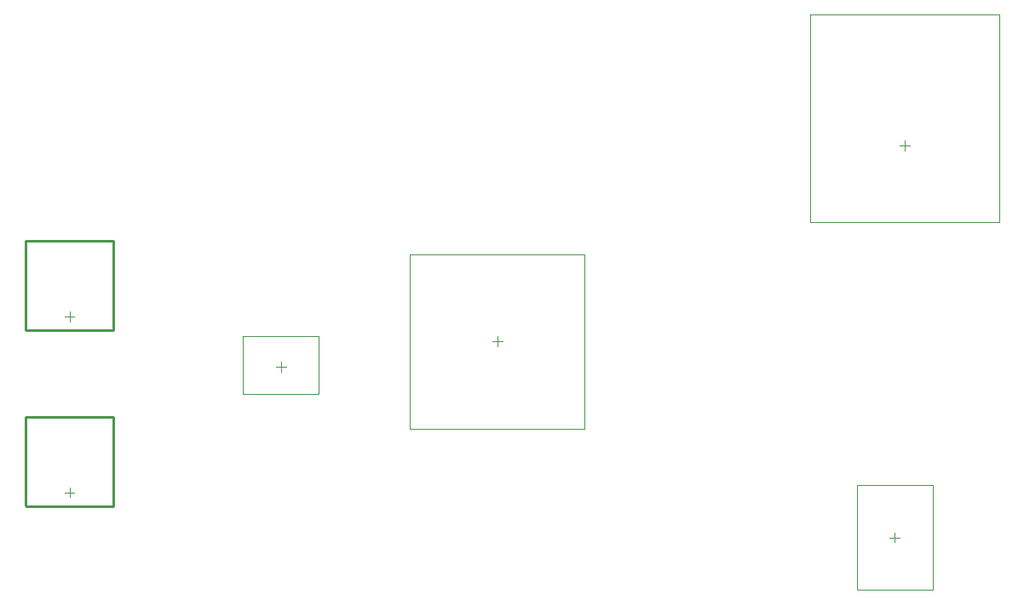
<source format=gbr>
G04 Layer_Color=32768*
%FSLAX23Y23*%
%MOIN*%
%TF.FileFunction,Mechanical*%
%TF.Part,Single*%
G01*
G75*
%ADD20C,0.010*%
%ADD51C,0.004*%
%ADD81C,0.002*%
D20*
X1943Y3173D02*
Y3523D01*
X1600D02*
X1943D01*
X1602Y3173D02*
X1943D01*
X1600Y3175D02*
X1602Y3173D01*
X1600Y3175D02*
Y3523D01*
Y2486D02*
Y2834D01*
Y2486D02*
X1602Y2484D01*
X1943D01*
X1600Y2834D02*
X1943D01*
Y2484D02*
Y2834D01*
D51*
X5039Y3878D02*
Y3918D01*
X5019Y3898D02*
X5059D01*
X1752Y3228D02*
X1791D01*
X1772Y3209D02*
Y3248D01*
Y2520D02*
Y2559D01*
X1752Y2539D02*
X1791D01*
X2451Y2923D02*
Y3151D01*
X2746Y2923D02*
Y3151D01*
X2451D02*
X2746D01*
X2451Y2923D02*
X2746D01*
X2579Y3031D02*
X2618D01*
X2598Y3012D02*
Y3051D01*
X5000Y2343D02*
Y2382D01*
X4980Y2362D02*
X5020D01*
X4852Y2156D02*
X5148D01*
X4852Y2569D02*
X5148D01*
X4852Y2156D02*
Y2569D01*
X5148Y2156D02*
Y2569D01*
X3445Y3110D02*
Y3150D01*
X3425Y3130D02*
X3465D01*
X3102Y2787D02*
X3787D01*
X3102Y3472D02*
X3787D01*
Y2787D02*
Y3472D01*
X3102Y2787D02*
Y3472D01*
D81*
X4670Y3597D02*
X5410D01*
X4670Y4412D02*
X5410D01*
Y3597D02*
Y4412D01*
X4670Y3597D02*
Y4412D01*
%TF.MD5,11D4604E6D78EB18A41043173D969BEF*%
M02*

</source>
